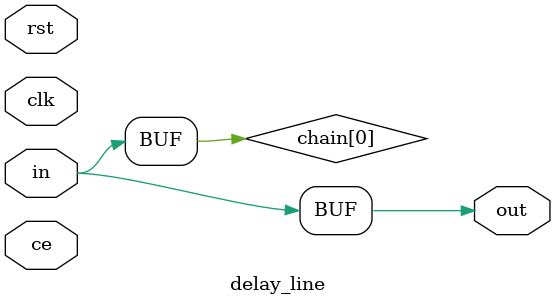
<source format=v>
`timescale 1ns / 1ps
module delay_line #(
		parameter	DELAY = 0,
		parameter	WIDTH = 1
	)(
		input 					ce,
		input 					rst,
		input 					clk,
		input  [WIDTH - 1:0] 	in,
		output [WIDTH - 1:0] 	out
    );
	wire [WIDTH - 1:0]	chain [DELAY:0];
	assign chain[0] = in;
	assign out 	= chain[DELAY];
	
	generate
		genvar i;
		for(i = 0; i < DELAY; i = i + 1)
			latch #(
				.WIDTH(WIDTH)
			)
			lat (
				.ce(ce),
				.rst(rst),
				.clk(clk),
				.in(chain[i]),
				.out(chain[i + 1])
			);
	endgenerate
endmodule

</source>
